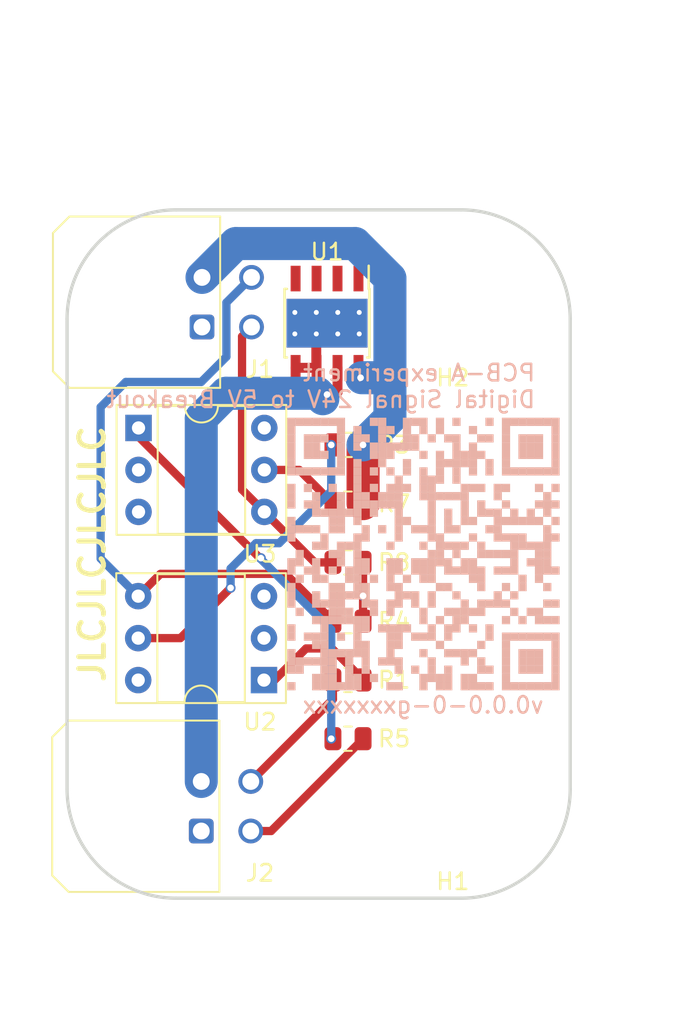
<source format=kicad_pcb>
(kicad_pcb (version 20211014) (generator pcbnew)
  (layers (0 "F.Cu" signal) (1 "In1.Cu" signal) (2 "In2.Cu" signal) (31 "B.Cu" signal) (34 "B.Paste" user) (35 "F.Paste" user) (36 "B.SilkS" user "B.Silkscreen") (37 "F.SilkS" user "F.Silkscreen") (38 "B.Mask" user) (39 "F.Mask" user) (44 "Edge.Cuts" user))
  (property "board_title" "Digital Signal 24V to 5V Breakout")
  (property "company" "Automatic Control, LTH")
  (property "drawn_by" "Anton Tetov")
  (property "git_describe" "v0.0.0-0-gxxxxxxx")
  (property "git_url" "https://gitlab.control.lth.se/tetov/digital_signal_24V_to_5V_breakout")
  (property "project_title" "PCB-A experiment")
  (net 0 "")
  (net 1 "/Signal A 24V")
  (net 2 "Net-(R1-Pad2)")
  (net 3 "+5V")
  (net 4 "Net-(R3-Pad2)")
  (net 5 "GND")
  (net 6 "/Signal A 5V")
  (net 7 "/Signal B 24V")
  (net 8 "Net-(R5-Pad2)")
  (net 9 "Net-(R7-Pad2)")
  (net 10 "/Signal B 5V")
  (net 11 "+24V")
  (footprint "Resistor_SMD:R_0805_2012Metric" (layer "F.Cu") (at 77.47 114.3)
    (fp_text reference "R1" (at 2.794 0) (layer "F.SilkS"))
    (fp_text value "2.7k Ω")
    (pad "1" smd roundrect (at -0.9125 0) (size 1.025 1.4) (layers "F.Cu" "F.Paste" "F.Mask") (roundrect_rratio 0.243902) (net 1 "/Signal A 24V"))
    (pad "2" smd roundrect (at 0.9125 0) (size 1.025 1.4) (layers "F.Cu" "F.Paste" "F.Mask") (roundrect_rratio 0.243902) (net 2 "Net-(R1-Pad2)"))
  )
  (footprint "Resistor_SMD:R_0805_2012Metric" (layer "F.Cu") (at 77.47 100.076 180)
    (fp_text reference "R3" (at -2.794 0) (layer "F.SilkS"))
    (fp_text value "100 Ω")
    (pad "1" smd roundrect (at -0.9125 0 180) (size 1.025 1.4) (layers "F.Cu" "F.Paste" "F.Mask") (roundrect_rratio 0.243902) (net 3 "+5V"))
    (pad "2" smd roundrect (at 0.9125 0 180) (size 1.025 1.4) (layers "F.Cu" "F.Paste" "F.Mask") (roundrect_rratio 0.243902) (net 4 "Net-(R3-Pad2)"))
  )
  (footprint "MountingHole:MountingHole_3.2mm_M3" (layer "F.Cu") (at 83.82 91.44 90)
    (fp_text reference "H2" (at -4.572 0 180) (layer "F.SilkS"))
    (fp_text value "MountingHole")
    (pad "" np_thru_hole circle (at 0 0 90) (size 3.2 3.2) (drill 3.2) (layers *.Cu *.Mask))
  )
  (footprint "Resistor_SMD:R_0805_2012Metric" (layer "F.Cu") (at 77.47 107.188 180)
    (fp_text reference "R8" (at -2.794 0) (layer "F.SilkS"))
    (fp_text value "4.7 kΩ")
    (pad "1" smd roundrect (at -0.9125 0 180) (size 1.025 1.4) (layers "F.Cu" "F.Paste" "F.Mask") (roundrect_rratio 0.243902) (net 5 "GND"))
    (pad "2" smd roundrect (at 0.9125 0 180) (size 1.025 1.4) (layers "F.Cu" "F.Paste" "F.Mask") (roundrect_rratio 0.243902) (net 10 "/Signal B 5V"))
  )
  (footprint "Resistor_SMD:R_0805_2012Metric" (layer "F.Cu") (at 77.47 110.744 180)
    (fp_text reference "R4" (at -2.794 0) (layer "F.SilkS"))
    (fp_text value "4.7 kΩ")
    (pad "1" smd roundrect (at -0.9125 0 180) (size 1.025 1.4) (layers "F.Cu" "F.Paste" "F.Mask") (roundrect_rratio 0.243902) (net 5 "GND"))
    (pad "2" smd roundrect (at 0.9125 0 180) (size 1.025 1.4) (layers "F.Cu" "F.Paste" "F.Mask") (roundrect_rratio 0.243902) (net 6 "/Signal A 5V"))
  )
  (footprint "MountingHole:MountingHole_3.2mm_M3" (layer "F.Cu") (at 83.82 121.92 90)
    (fp_text reference "H1" (at -4.572 0 180) (layer "F.SilkS"))
    (fp_text value "MountingHole")
    (pad "" np_thru_hole circle (at 0 0 90) (size 3.2 3.2) (drill 3.2) (layers *.Cu *.Mask))
  )
  (footprint "Connector_Molex:Molex_Micro-Fit_3.0_43045-0400_2x02_P3.00mm_Horizontal" (layer "F.Cu") (at 68.625 92.94 90)
    (fp_text reference "J1" (at -2.564 3.511 180) (layer "F.SilkS"))
    (fp_text value "Conn_01x04_Male")
    (pad "" np_thru_hole circle locked (at 1.5 -4.32 90) (size 3 3) (drill 3) (layers *.Cu *.Mask))
    (pad "1" thru_hole roundrect locked (at 0 0 90) (size 1.5 1.5) (drill 1.02) (layers *.Cu *.Mask) (roundrect_rratio 0.166667) (net 5 "GND"))
    (pad "2" thru_hole circle locked (at 3 0 90) (size 1.5 1.5) (drill 1.02) (layers *.Cu *.Mask) (net 3 "+5V"))
    (pad "3" thru_hole circle locked (at 0 3 90) (size 1.5 1.5) (drill 1.02) (layers *.Cu *.Mask) (net 10 "/Signal B 5V"))
    (pad "4" thru_hole circle locked (at 3 3 90) (size 1.5 1.5) (drill 1.02) (layers *.Cu *.Mask) (net 6 "/Signal A 5V"))
  )
  (footprint "Connector_Molex:Molex_Micro-Fit_3.0_43045-0400_2x02_P3.00mm_Horizontal" (layer "F.Cu") (at 68.58 123.444 90)
    (fp_text reference "J2" (at -2.54 3.556 180) (layer "F.SilkS"))
    (fp_text value "Conn_01x04_Female")
    (pad "" np_thru_hole circle locked (at 1.5 -4.32 90) (size 3 3) (drill 3) (layers *.Cu *.Mask))
    (pad "1" thru_hole roundrect locked (at 0 0 90) (size 1.5 1.5) (drill 1.02) (layers *.Cu *.Mask) (roundrect_rratio 0.166667) (net 5 "GND"))
    (pad "2" thru_hole circle locked (at 3 0 90) (size 1.5 1.5) (drill 1.02) (layers *.Cu *.Mask) (net 11 "+24V"))
    (pad "3" thru_hole circle locked (at 0 3 90) (size 1.5 1.5) (drill 1.02) (layers *.Cu *.Mask) (net 7 "/Signal B 24V"))
    (pad "4" thru_hole circle locked (at 3 3 90) (size 1.5 1.5) (drill 1.02) (layers *.Cu *.Mask) (net 1 "/Signal A 24V"))
  )
  (footprint "Package_DIP:DIP-6_W7.62mm_Socket" (layer "F.Cu") (at 64.78 99.05)
    (fp_text reference "U3" (at 7.356 7.63) (layer "F.SilkS"))
    (fp_text value "4N35")
    (pad "1" thru_hole rect (at 0 0) (size 1.6 1.6) (drill 0.8) (layers *.Cu *.Mask) (net 8 "Net-(R5-Pad2)"))
    (pad "2" thru_hole oval (at 0 2.54) (size 1.6 1.6) (drill 0.8) (layers *.Cu *.Mask) (net 5 "GND"))
    (pad "3" thru_hole oval (at 0 5.08) (size 1.6 1.6) (drill 0.8) (layers *.Cu *.Mask))
    (pad "4" thru_hole oval (at 7.62 5.08) (size 1.6 1.6) (drill 0.8) (layers *.Cu *.Mask) (net 10 "/Signal B 5V"))
    (pad "5" thru_hole oval (at 7.62 2.54) (size 1.6 1.6) (drill 0.8) (layers *.Cu *.Mask) (net 9 "Net-(R7-Pad2)"))
    (pad "6" thru_hole oval (at 7.62 0) (size 1.6 1.6) (drill 0.8) (layers *.Cu *.Mask) (net 5 "GND"))
  )
  (footprint "Package_DIP:DIP-6_W7.62mm_Socket" (layer "F.Cu") (at 72.38 114.31 180)
    (fp_text reference "U2" (at 0.244 -2.53) (layer "F.SilkS"))
    (fp_text value "4N35")
    (pad "1" thru_hole rect (at 0 0 180) (size 1.6 1.6) (drill 0.8) (layers *.Cu *.Mask) (net 2 "Net-(R1-Pad2)"))
    (pad "2" thru_hole oval (at 0 2.54 180) (size 1.6 1.6) (drill 0.8) (layers *.Cu *.Mask) (net 5 "GND"))
    (pad "3" thru_hole oval (at 0 5.08 180) (size 1.6 1.6) (drill 0.8) (layers *.Cu *.Mask))
    (pad "4" thru_hole oval (at 7.62 5.08 180) (size 1.6 1.6) (drill 0.8) (layers *.Cu *.Mask) (net 6 "/Signal A 5V"))
    (pad "5" thru_hole oval (at 7.62 2.54 180) (size 1.6 1.6) (drill 0.8) (layers *.Cu *.Mask) (net 4 "Net-(R3-Pad2)"))
    (pad "6" thru_hole oval (at 7.62 0 180) (size 1.6 1.6) (drill 0.8) (layers *.Cu *.Mask) (net 5 "GND"))
  )
  (footprint "Package_SO:Texas_HSOP-8-1EP_3.9x4.9mm_P1.27mm_ThermalVias" (layer "F.Cu") (at 76.2 92.71 -90)
    (fp_text reference "U1" (at -4.318 0 180) (layer "F.SilkS"))
    (fp_text value "LM22676MR-ADJ/NOPB")
    (pad "1" smd rect (at -2.7 -1.905 270) (size 1.55 0.6) (layers "F.Cu" "F.Paste" "F.Mask"))
    (pad "2" smd rect (at -2.7 -0.635 270) (size 1.55 0.6) (layers "F.Cu" "F.Paste" "F.Mask"))
    (pad "3" smd rect (at -2.7 0.635 270) (size 1.55 0.6) (layers "F.Cu" "F.Paste" "F.Mask"))
    (pad "4" smd rect (at -2.7 1.905 270) (size 1.55 0.6) (layers "F.Cu" "F.Paste" "F.Mask"))
    (pad "5" smd rect (at 2.7 1.905 270) (size 1.55 0.6) (layers "F.Cu" "F.Paste" "F.Mask") (net 5 "GND"))
    (pad "6" smd rect (at 2.7 0.635 270) (size 1.55 0.6) (layers "F.Cu" "F.Paste" "F.Mask") (net 5 "GND"))
    (pad "7" smd rect (at 2.7 -0.635 270) (size 1.55 0.6) (layers "F.Cu" "F.Paste" "F.Mask") (net 11 "+24V"))
    (pad "8" smd rect (at 2.7 -1.905 270) (size 1.55 0.6) (layers "F.Cu" "F.Paste" "F.Mask") (net 3 "+5V"))
    (pad "9" thru_hole circle (at 0.65 1.95 270) (size 0.6 0.6) (drill 0.3) (layers *.Cu) (net 5 "GND"))
    (pad "9" thru_hole circle (at -0.65 -1.95 270) (size 0.6 0.6) (drill 0.3) (layers *.Cu) (net 5 "GND"))
    (pad "9" thru_hole circle (at 0.65 0.65 270) (size 0.6 0.6) (drill 0.3) (layers *.Cu) (net 5 "GND"))
    (pad "9" thru_hole circle (at -0.65 1.95 270) (size 0.6 0.6) (drill 0.3) (layers *.Cu) (net 5 "GND"))
    (pad "9" smd rect (at 0 0 270) (size 2.95 4.9) (layers "B.Cu") (net 5 "GND"))
    (pad "9" thru_hole circle (at 0.65 -1.95 270) (size 0.6 0.6) (drill 0.3) (layers *.Cu) (net 5 "GND"))
    (pad "9" thru_hole circle (at -0.65 0.65 270) (size 0.6 0.6) (drill 0.3) (layers *.Cu) (net 5 "GND"))
    (pad "9" thru_hole circle (at 0.65 -0.65 270) (size 0.6 0.6) (drill 0.3) (layers *.Cu) (net 5 "GND"))
    (pad "9" thru_hole circle (at -0.65 -0.65 270) (size 0.6 0.6) (drill 0.3) (layers *.Cu) (net 5 "GND"))
    (pad "9" smd rect (at 0 0 270) (size 2.95 4.9) (layers "F.Cu") (net 5 "GND"))
  )
  (footprint "Resistor_SMD:R_0805_2012Metric" (layer "F.Cu") (at 77.47 117.856 180)
    (fp_text reference "R5" (at -2.794 0) (layer "F.SilkS"))
    (fp_text value "2.7k Ω")
    (pad "1" smd roundrect (at -0.9125 0 180) (size 1.025 1.4) (layers "F.Cu" "F.Paste" "F.Mask") (roundrect_rratio 0.243902) (net 7 "/Signal B 24V"))
    (pad "2" smd roundrect (at 0.9125 0 180) (size 1.025 1.4) (layers "F.Cu" "F.Paste" "F.Mask") (roundrect_rratio 0.243902) (net 8 "Net-(R5-Pad2)"))
  )
  (footprint "Resistor_SMD:R_0805_2012Metric" (layer "F.Cu") (at 77.47 103.632 180)
    (fp_text reference "R7" (at -2.794 0) (layer "F.SilkS"))
    (fp_text value "100 Ω")
    (pad "1" smd roundrect (at -0.9125 0 180) (size 1.025 1.4) (layers "F.Cu" "F.Paste" "F.Mask") (roundrect_rratio 0.243902) (net 3 "+5V"))
    (pad "2" smd roundrect (at 0.9125 0 180) (size 1.025 1.4) (layers "F.Cu" "F.Paste" "F.Mask") (roundrect_rratio 0.243902) (net 9 "Net-(R7-Pad2)"))
  )
  (footprint "project:qr_repo" (layer "B.Cu") (at 82.042 106.68 180)
    (fp_text reference "QR*****" hide)
    (fp_text value "qr_repo" hide)
  )
  (gr_arc (start 67.056 127.508) (mid 62.386267 125.573733) (end 60.452 120.904) (layer "Edge.Cuts") (width 0.2))
  (gr_line (start 60.452 120.904) (end 60.452 92.456) (layer "Edge.Cuts") (width 0.2))
  (gr_arc (start 90.932 120.904) (mid 88.997733 125.573733) (end 84.328 127.508) (layer "Edge.Cuts") (width 0.2))
  (gr_line (start 67.056 85.852) (end 84.328 85.852) (layer "Edge.Cuts") (width 0.2))
  (gr_arc (start 60.452 92.456) (mid 62.386267 87.786267) (end 67.056 85.852) (layer "Edge.Cuts") (width 0.2))
  (gr_line (start 67.056 127.508) (end 84.328 127.508) (layer "Edge.Cuts") (width 0.2))
  (gr_arc (start 84.328 85.852) (mid 88.997733 87.786267) (end 90.932 92.456) (layer "Edge.Cuts") (width 0.2))
  (gr_line (start 90.932 92.456) (end 90.932 120.904) (layer "Edge.Cuts") (width 0.2))
  (gr_text "${project_title}\n${board_title}" (at 88.9 96.52) (layer "B.SilkS") (effects (font (size 1 1)) (justify left mirror)))
  (gr_text "${git_describe}" (at 89.408 115.824) (layer "B.SilkS") (effects (font (size 1 1)) (justify left mirror)))
  (gr_text "JLCJLCJLCJLC" (at 61.976 106.68 90) (layer "F.SilkS") (effects (font (size 1.5 1.5) (thickness 0.3))))
  (segment (start 71.58 120.444) (end 76.5575 115.4665) (width 0.5) (layer "F.Cu") (net 1))
  (segment (start 76.5575 115.4665) (end 76.5575 114.3) (width 0.5) (layer "F.Cu") (net 1))
  (segment (start 74.93 112.395) (end 76.495692 112.395) (width 0.5) (layer "F.Cu") (net 2))
  (segment (start 73.015 114.31) (end 74.93 112.395) (width 0.5) (layer "F.Cu") (net 2))
  (segment (start 76.495692 112.395) (end 78.3825 114.281808) (width 0.5) (layer "F.Cu") (net 2))
  (segment (start 78.3825 114.281808) (end 78.3825 114.3) (width 0.5) (layer "F.Cu") (net 2))
  (segment (start 72.38 114.31) (end 73.015 114.31) (width 0.5) (layer "F.Cu") (net 2))
  (segment (start 78.3825 103.632) (end 78.3825 100.076) (width 2) (layer "F.Cu") (net 3))
  (via (at 78.232 96.012) (size 0.6) (drill 0.4) (layers "F.Cu" "B.Cu") (net 3))
  (via (at 78.3825 100.076) (size 0.6) (drill 0.4) (layers "F.Cu" "B.Cu") (net 3))
  (segment (start 79.756 96.012) (end 78.307511 96.012) (width 2) (layer "B.Cu") (net 3))
  (segment (start 68.625 89.94) (end 70.674511 87.890489) (width 2) (layer "B.Cu") (net 3))
  (segment (start 80.01 96.266) (end 80.01 98.4485) (width 2) (layer "B.Cu") (net 3))
  (segment (start 80.01 89.995978) (end 80.01 96.266) (width 2) (layer "B.Cu") (net 3))
  (segment (start 70.674511 87.890489) (end 77.904511 87.890489) (width 2) (layer "B.Cu") (net 3))
  (segment (start 80.01 98.4485) (end 78.3825 100.076) (width 2) (layer "B.Cu") (net 3))
  (segment (start 77.904511 87.890489) (end 80.01 89.995978) (width 2) (layer "B.Cu") (net 3))
  (segment (start 80.01 96.266) (end 79.756 96.012) (width 2) (layer "B.Cu") (net 3))
  (segment (start 67.317989 111.77) (end 70.358 108.729989) (width 0.5) (layer "F.Cu") (net 4))
  (segment (start 64.76 111.77) (end 67.317989 111.77) (width 0.5) (layer "F.Cu") (net 4))
  (via (at 76.454 100.076) (size 0.6) (drill 0.4) (layers "F.Cu" "B.Cu") (net 4))
  (via (at 70.358 108.729989) (size 0.6) (drill 0.4) (layers "F.Cu" "B.Cu") (net 4))
  (segment (start 71.89383 106.023488) (end 73.300512 106.023488) (width 0.5) (layer "B.Cu") (net 4))
  (segment (start 73.300512 106.023488) (end 76.454 102.87) (width 0.5) (layer "B.Cu") (net 4))
  (segment (start 70.358 108.729989) (end 70.358 107.559318) (width 0.5) (layer "B.Cu") (net 4))
  (segment (start 76.454 102.87) (end 76.454 100.076) (width 0.5) (layer "B.Cu") (net 4))
  (segment (start 70.358 107.559318) (end 71.89383 106.023488) (width 0.5) (layer "B.Cu") (net 4))
  (segment (start 78.3825 109.21) (end 78.3825 107.188) (width 0.5) (layer "F.Cu") (net 5))
  (segment (start 75.55 93.36) (end 75.55 95.395) (width 0.6) (layer "F.Cu") (net 5))
  (segment (start 75.55 95.395) (end 75.565 95.41) (width 0.5) (layer "F.Cu") (net 5))
  (segment (start 78.3825 109.21) (end 78.3825 110.744) (width 0.5) (layer "F.Cu") (net 5))
  (segment (start 75.565 95.41) (end 74.295 95.41) (width 0.6) (layer "F.Cu") (net 5))
  (via (at 78.3825 109.21) (size 0.6) (drill 0.4) (layers "F.Cu" "B.Cu") (net 5))
  (segment (start 73.693978 107.880478) (end 76.5575 110.744) (width 0.5) (layer "F.Cu") (net 6))
  (segment (start 64.76 109.23) (end 66.109522 107.880478) (width 0.5) (layer "F.Cu") (net 6))
  (segment (start 66.109522 107.880478) (end 73.693978 107.880478) (width 0.5) (layer "F.Cu") (net 6))
  (segment (start 71.625 89.94) (end 70.104 91.461) (width 0.5) (layer "B.Cu") (net 6))
  (segment (start 62.484 106.954) (end 64.76 109.23) (width 0.5) (layer "B.Cu") (net 6))
  (segment (start 62.484 97.79) (end 62.484 106.954) (width 0.5) (layer "B.Cu") (net 6))
  (segment (start 70.104 91.461) (end 70.104 94.742) (width 0.5) (layer "B.Cu") (net 6))
  (segment (start 68.58 96.266) (end 64.008 96.266) (width 0.5) (layer "B.Cu") (net 6))
  (segment (start 70.104 94.742) (end 68.58 96.266) (width 0.5) (layer "B.Cu") (net 6))
  (segment (start 64.008 96.266) (end 62.484 97.79) (width 0.5) (layer "B.Cu") (net 6))
  (segment (start 71.58 123.444) (end 72.812692 123.444) (width 0.5) (layer "F.Cu") (net 7))
  (segment (start 72.812692 123.444) (end 78.3825 117.874192) (width 0.5) (layer "F.Cu") (net 7))
  (segment (start 78.3825 117.874192) (end 78.3825 117.856) (width 0.5) (layer "F.Cu") (net 7))
  (segment (start 72.129846 106.927846) (end 64.78 99.578) (width 0.5) (layer "F.Cu") (net 8))
  (segment (start 64.78 99.578) (end 64.78 99.05) (width 0.5) (layer "F.Cu") (net 8))
  (segment (start 72.190847 106.927846) (end 72.129846 106.927846) (width 0.5) (layer "F.Cu") (net 8))
  (via (at 72.190847 106.927846) (size 0.6) (drill 0.4) (layers "F.Cu" "B.Cu") (net 8))
  (via (at 76.454 117.856) (size 0.6) (drill 0.4) (layers "F.Cu" "B.Cu") (net 8))
  (segment (start 72.190847 106.988847) (end 76.454 111.252) (width 0.5) (layer "B.Cu") (net 8))
  (segment (start 76.454 111.252) (end 76.454 117.856) (width 0.5) (layer "B.Cu") (net 8))
  (segment (start 72.190847 106.927846) (end 72.190847 106.988847) (width 0.5) (layer "B.Cu") (net 8))
  (segment (start 74.5155 101.59) (end 76.5575 103.632) (width 0.5) (layer "F.Cu") (net 9))
  (segment (start 72.4 101.59) (end 74.5155 101.59) (width 0.5) (layer "F.Cu") (net 9))
  (segment (start 72.4 104.13) (end 75.458 107.188) (width 0.5) (layer "F.Cu") (net 10))
  (segment (start 71.050489 93.514511) (end 71.625 92.94) (width 0.5) (layer "F.Cu") (net 10))
  (segment (start 71.050489 102.780489) (end 71.050489 93.514511) (width 0.5) (layer "F.Cu") (net 10))
  (segment (start 75.458 107.188) (end 76.5575 107.188) (width 0.5) (layer "F.Cu") (net 10))
  (segment (start 72.4 104.13) (end 71.050489 102.780489) (width 0.5) (layer "F.Cu") (net 10))
  (segment (start 76.835 96.901) (end 76.835 95.41) (width 0.6) (layer "F.Cu") (net 11))
  (segment (start 76.2 97.028) (end 76.835 96.901) (width 0.6) (layer "F.Cu") (net 11))
  (via (at 76.2 97.028) (size 0.6) (drill 0.4) (layers "F.Cu" "B.Cu") (net 11))
  (segment (start 70.086863 96.950489) (end 75.614489 96.950489) (width 2) (layer "B.Cu") (net 11))
  (segment (start 68.58 98.457352) (end 70.086863 96.950489) (width 2) (layer "B.Cu") (net 11))
  (segment (start 75.614489 96.950489) (end 75.946 97.282) (width 2) (layer "B.Cu") (net 11))
  (segment (start 68.58 120.444) (end 68.58 98.457352) (width 2) (layer "B.Cu") (net 11))
)
</source>
